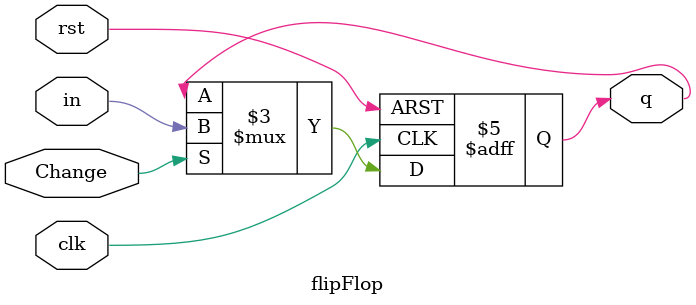
<source format=v>
module flipFlop(input clk, rst, in, Change, output reg q );
  always@(negedge clk, posedge rst)begin 
    if(rst)
      q <= 1'b0;
    else begin
      
if(Change == 1)
      
  q <= in;
    end
  end
  
endmodule 

</source>
